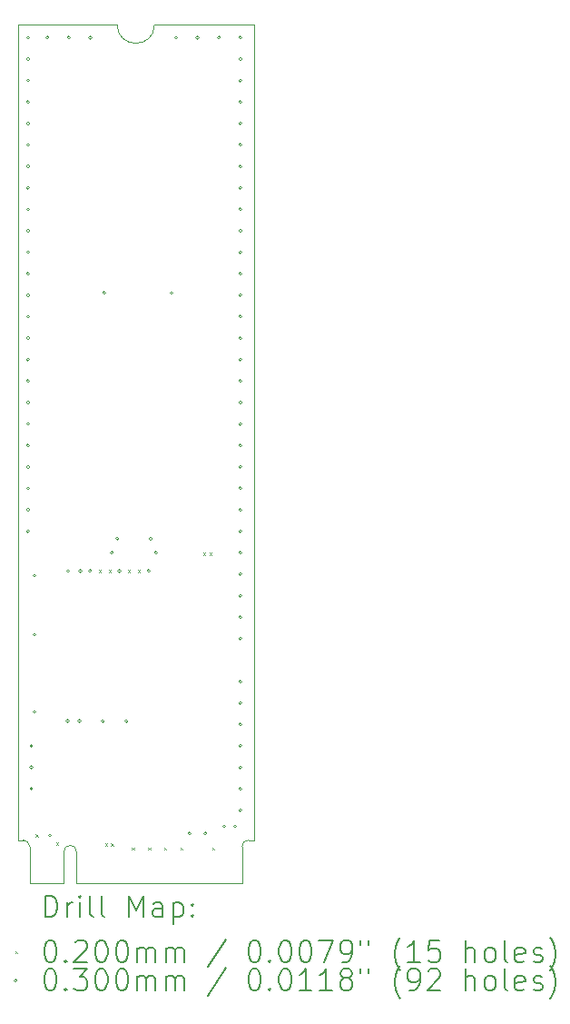
<source format=gbr>
%TF.GenerationSoftware,KiCad,Pcbnew,9.0.1*%
%TF.CreationDate,2025-04-25T13:26:39+02:00*%
%TF.ProjectId,m2-e-usdex,6d322d65-2d75-4736-9465-782e6b696361,rev?*%
%TF.SameCoordinates,Original*%
%TF.FileFunction,Drillmap*%
%TF.FilePolarity,Positive*%
%FSLAX45Y45*%
G04 Gerber Fmt 4.5, Leading zero omitted, Abs format (unit mm)*
G04 Created by KiCad (PCBNEW 9.0.1) date 2025-04-25 13:26:39*
%MOMM*%
%LPD*%
G01*
G04 APERTURE LIST*
%ADD10C,0.100000*%
%ADD11C,0.050000*%
%ADD12C,0.200000*%
G04 APERTURE END LIST*
D10*
X25825000Y-5677500D02*
X25825000Y-13277500D01*
X25825000Y-5677500D02*
X26750000Y-5677500D01*
X25825000Y-13277500D02*
X25875000Y-13277500D01*
X25935000Y-13337500D02*
X25935000Y-13677500D01*
X25935000Y-13677500D02*
X26252500Y-13677500D01*
D11*
X26252500Y-13677500D02*
X26252500Y-13387500D01*
X26372500Y-13387500D02*
X26372500Y-13677500D01*
D10*
X26372500Y-13677500D02*
X27915000Y-13677500D01*
X27915000Y-13337500D02*
X27915000Y-13677500D01*
X28025000Y-5677500D02*
X27100000Y-5677500D01*
X28025000Y-5677500D02*
X28025000Y-13277500D01*
X28025000Y-13277500D02*
X27975000Y-13277500D01*
X25875000Y-13277500D02*
G75*
G02*
X25935000Y-13337500I0J-60000D01*
G01*
D11*
X26252500Y-13387500D02*
G75*
G02*
X26372500Y-13387500I60000J0D01*
G01*
D10*
X27100000Y-5677500D02*
G75*
G02*
X26750000Y-5677500I-175000J0D01*
G01*
X27915000Y-13337500D02*
G75*
G02*
X27975000Y-13277500I60000J0D01*
G01*
D12*
D10*
X25990000Y-13225000D02*
X26010000Y-13245000D01*
X26010000Y-13225000D02*
X25990000Y-13245000D01*
X26180000Y-13300000D02*
X26200000Y-13320000D01*
X26200000Y-13300000D02*
X26180000Y-13320000D01*
X26580000Y-10760000D02*
X26600000Y-10780000D01*
X26600000Y-10760000D02*
X26580000Y-10780000D01*
X26637340Y-13310000D02*
X26657340Y-13330000D01*
X26657340Y-13310000D02*
X26637340Y-13330000D01*
X26671000Y-10760000D02*
X26691000Y-10780000D01*
X26691000Y-10760000D02*
X26671000Y-10780000D01*
X26692660Y-13310000D02*
X26712660Y-13330000D01*
X26712660Y-13310000D02*
X26692660Y-13330000D01*
X26853000Y-10760000D02*
X26873000Y-10780000D01*
X26873000Y-10760000D02*
X26853000Y-10780000D01*
X26890000Y-13345000D02*
X26910000Y-13365000D01*
X26910000Y-13345000D02*
X26890000Y-13365000D01*
X26944000Y-10760000D02*
X26964000Y-10780000D01*
X26964000Y-10760000D02*
X26944000Y-10780000D01*
X27040000Y-13345000D02*
X27060000Y-13365000D01*
X27060000Y-13345000D02*
X27040000Y-13365000D01*
X27190000Y-13345000D02*
X27210000Y-13365000D01*
X27210000Y-13345000D02*
X27190000Y-13365000D01*
X27340000Y-13345000D02*
X27360000Y-13365000D01*
X27360000Y-13345000D02*
X27340000Y-13365000D01*
X27555340Y-10600000D02*
X27575340Y-10620000D01*
X27575340Y-10600000D02*
X27555340Y-10620000D01*
X27610660Y-10600000D02*
X27630660Y-10620000D01*
X27630660Y-10600000D02*
X27610660Y-10620000D01*
X27640000Y-13345000D02*
X27660000Y-13365000D01*
X27660000Y-13345000D02*
X27640000Y-13365000D01*
X25935000Y-5800000D02*
G75*
G02*
X25905000Y-5800000I-15000J0D01*
G01*
X25905000Y-5800000D02*
G75*
G02*
X25935000Y-5800000I15000J0D01*
G01*
X25935000Y-6000000D02*
G75*
G02*
X25905000Y-6000000I-15000J0D01*
G01*
X25905000Y-6000000D02*
G75*
G02*
X25935000Y-6000000I15000J0D01*
G01*
X25935000Y-6200000D02*
G75*
G02*
X25905000Y-6200000I-15000J0D01*
G01*
X25905000Y-6200000D02*
G75*
G02*
X25935000Y-6200000I15000J0D01*
G01*
X25935000Y-6400000D02*
G75*
G02*
X25905000Y-6400000I-15000J0D01*
G01*
X25905000Y-6400000D02*
G75*
G02*
X25935000Y-6400000I15000J0D01*
G01*
X25935000Y-6600000D02*
G75*
G02*
X25905000Y-6600000I-15000J0D01*
G01*
X25905000Y-6600000D02*
G75*
G02*
X25935000Y-6600000I15000J0D01*
G01*
X25935000Y-6800000D02*
G75*
G02*
X25905000Y-6800000I-15000J0D01*
G01*
X25905000Y-6800000D02*
G75*
G02*
X25935000Y-6800000I15000J0D01*
G01*
X25935000Y-7000000D02*
G75*
G02*
X25905000Y-7000000I-15000J0D01*
G01*
X25905000Y-7000000D02*
G75*
G02*
X25935000Y-7000000I15000J0D01*
G01*
X25935000Y-7200000D02*
G75*
G02*
X25905000Y-7200000I-15000J0D01*
G01*
X25905000Y-7200000D02*
G75*
G02*
X25935000Y-7200000I15000J0D01*
G01*
X25935000Y-7400000D02*
G75*
G02*
X25905000Y-7400000I-15000J0D01*
G01*
X25905000Y-7400000D02*
G75*
G02*
X25935000Y-7400000I15000J0D01*
G01*
X25935000Y-7600000D02*
G75*
G02*
X25905000Y-7600000I-15000J0D01*
G01*
X25905000Y-7600000D02*
G75*
G02*
X25935000Y-7600000I15000J0D01*
G01*
X25935000Y-7800000D02*
G75*
G02*
X25905000Y-7800000I-15000J0D01*
G01*
X25905000Y-7800000D02*
G75*
G02*
X25935000Y-7800000I15000J0D01*
G01*
X25935000Y-8000000D02*
G75*
G02*
X25905000Y-8000000I-15000J0D01*
G01*
X25905000Y-8000000D02*
G75*
G02*
X25935000Y-8000000I15000J0D01*
G01*
X25935000Y-8200000D02*
G75*
G02*
X25905000Y-8200000I-15000J0D01*
G01*
X25905000Y-8200000D02*
G75*
G02*
X25935000Y-8200000I15000J0D01*
G01*
X25935000Y-8400000D02*
G75*
G02*
X25905000Y-8400000I-15000J0D01*
G01*
X25905000Y-8400000D02*
G75*
G02*
X25935000Y-8400000I15000J0D01*
G01*
X25935000Y-8600000D02*
G75*
G02*
X25905000Y-8600000I-15000J0D01*
G01*
X25905000Y-8600000D02*
G75*
G02*
X25935000Y-8600000I15000J0D01*
G01*
X25935000Y-8800000D02*
G75*
G02*
X25905000Y-8800000I-15000J0D01*
G01*
X25905000Y-8800000D02*
G75*
G02*
X25935000Y-8800000I15000J0D01*
G01*
X25935000Y-9000000D02*
G75*
G02*
X25905000Y-9000000I-15000J0D01*
G01*
X25905000Y-9000000D02*
G75*
G02*
X25935000Y-9000000I15000J0D01*
G01*
X25935000Y-9200000D02*
G75*
G02*
X25905000Y-9200000I-15000J0D01*
G01*
X25905000Y-9200000D02*
G75*
G02*
X25935000Y-9200000I15000J0D01*
G01*
X25935000Y-9400000D02*
G75*
G02*
X25905000Y-9400000I-15000J0D01*
G01*
X25905000Y-9400000D02*
G75*
G02*
X25935000Y-9400000I15000J0D01*
G01*
X25935000Y-9600000D02*
G75*
G02*
X25905000Y-9600000I-15000J0D01*
G01*
X25905000Y-9600000D02*
G75*
G02*
X25935000Y-9600000I15000J0D01*
G01*
X25935000Y-9800000D02*
G75*
G02*
X25905000Y-9800000I-15000J0D01*
G01*
X25905000Y-9800000D02*
G75*
G02*
X25935000Y-9800000I15000J0D01*
G01*
X25935000Y-10000000D02*
G75*
G02*
X25905000Y-10000000I-15000J0D01*
G01*
X25905000Y-10000000D02*
G75*
G02*
X25935000Y-10000000I15000J0D01*
G01*
X25935000Y-10200000D02*
G75*
G02*
X25905000Y-10200000I-15000J0D01*
G01*
X25905000Y-10200000D02*
G75*
G02*
X25935000Y-10200000I15000J0D01*
G01*
X25935000Y-10400000D02*
G75*
G02*
X25905000Y-10400000I-15000J0D01*
G01*
X25905000Y-10400000D02*
G75*
G02*
X25935000Y-10400000I15000J0D01*
G01*
X25965000Y-12400000D02*
G75*
G02*
X25935000Y-12400000I-15000J0D01*
G01*
X25935000Y-12400000D02*
G75*
G02*
X25965000Y-12400000I15000J0D01*
G01*
X25965000Y-12600000D02*
G75*
G02*
X25935000Y-12600000I-15000J0D01*
G01*
X25935000Y-12600000D02*
G75*
G02*
X25965000Y-12600000I15000J0D01*
G01*
X25965000Y-12800000D02*
G75*
G02*
X25935000Y-12800000I-15000J0D01*
G01*
X25935000Y-12800000D02*
G75*
G02*
X25965000Y-12800000I15000J0D01*
G01*
X25995000Y-10815000D02*
G75*
G02*
X25965000Y-10815000I-15000J0D01*
G01*
X25965000Y-10815000D02*
G75*
G02*
X25995000Y-10815000I15000J0D01*
G01*
X25995000Y-11365000D02*
G75*
G02*
X25965000Y-11365000I-15000J0D01*
G01*
X25965000Y-11365000D02*
G75*
G02*
X25995000Y-11365000I15000J0D01*
G01*
X25995000Y-12085000D02*
G75*
G02*
X25965000Y-12085000I-15000J0D01*
G01*
X25965000Y-12085000D02*
G75*
G02*
X25995000Y-12085000I15000J0D01*
G01*
X26115000Y-5800000D02*
G75*
G02*
X26085000Y-5800000I-15000J0D01*
G01*
X26085000Y-5800000D02*
G75*
G02*
X26115000Y-5800000I15000J0D01*
G01*
X26140000Y-13235000D02*
G75*
G02*
X26110000Y-13235000I-15000J0D01*
G01*
X26110000Y-13235000D02*
G75*
G02*
X26140000Y-13235000I15000J0D01*
G01*
X26304000Y-12170000D02*
G75*
G02*
X26274000Y-12170000I-15000J0D01*
G01*
X26274000Y-12170000D02*
G75*
G02*
X26304000Y-12170000I15000J0D01*
G01*
X26308000Y-10770000D02*
G75*
G02*
X26278000Y-10770000I-15000J0D01*
G01*
X26278000Y-10770000D02*
G75*
G02*
X26308000Y-10770000I15000J0D01*
G01*
X26315000Y-5800000D02*
G75*
G02*
X26285000Y-5800000I-15000J0D01*
G01*
X26285000Y-5800000D02*
G75*
G02*
X26315000Y-5800000I15000J0D01*
G01*
X26414000Y-12170000D02*
G75*
G02*
X26384000Y-12170000I-15000J0D01*
G01*
X26384000Y-12170000D02*
G75*
G02*
X26414000Y-12170000I15000J0D01*
G01*
X26423000Y-10770000D02*
G75*
G02*
X26393000Y-10770000I-15000J0D01*
G01*
X26393000Y-10770000D02*
G75*
G02*
X26423000Y-10770000I15000J0D01*
G01*
X26514000Y-10770000D02*
G75*
G02*
X26484000Y-10770000I-15000J0D01*
G01*
X26484000Y-10770000D02*
G75*
G02*
X26514000Y-10770000I15000J0D01*
G01*
X26515000Y-5800000D02*
G75*
G02*
X26485000Y-5800000I-15000J0D01*
G01*
X26485000Y-5800000D02*
G75*
G02*
X26515000Y-5800000I15000J0D01*
G01*
X26634000Y-12170000D02*
G75*
G02*
X26604000Y-12170000I-15000J0D01*
G01*
X26604000Y-12170000D02*
G75*
G02*
X26634000Y-12170000I15000J0D01*
G01*
X26645000Y-8180000D02*
G75*
G02*
X26615000Y-8180000I-15000J0D01*
G01*
X26615000Y-8180000D02*
G75*
G02*
X26645000Y-8180000I15000J0D01*
G01*
X26718000Y-10600000D02*
G75*
G02*
X26688000Y-10600000I-15000J0D01*
G01*
X26688000Y-10600000D02*
G75*
G02*
X26718000Y-10600000I15000J0D01*
G01*
X26768000Y-10470000D02*
G75*
G02*
X26738000Y-10470000I-15000J0D01*
G01*
X26738000Y-10470000D02*
G75*
G02*
X26768000Y-10470000I15000J0D01*
G01*
X26787000Y-10770000D02*
G75*
G02*
X26757000Y-10770000I-15000J0D01*
G01*
X26757000Y-10770000D02*
G75*
G02*
X26787000Y-10770000I15000J0D01*
G01*
X26854000Y-12170000D02*
G75*
G02*
X26824000Y-12170000I-15000J0D01*
G01*
X26824000Y-12170000D02*
G75*
G02*
X26854000Y-12170000I15000J0D01*
G01*
X27060000Y-10770000D02*
G75*
G02*
X27030000Y-10770000I-15000J0D01*
G01*
X27030000Y-10770000D02*
G75*
G02*
X27060000Y-10770000I15000J0D01*
G01*
X27079000Y-10470000D02*
G75*
G02*
X27049000Y-10470000I-15000J0D01*
G01*
X27049000Y-10470000D02*
G75*
G02*
X27079000Y-10470000I15000J0D01*
G01*
X27129000Y-10600000D02*
G75*
G02*
X27099000Y-10600000I-15000J0D01*
G01*
X27099000Y-10600000D02*
G75*
G02*
X27129000Y-10600000I15000J0D01*
G01*
X27275000Y-8180000D02*
G75*
G02*
X27245000Y-8180000I-15000J0D01*
G01*
X27245000Y-8180000D02*
G75*
G02*
X27275000Y-8180000I15000J0D01*
G01*
X27315000Y-5800000D02*
G75*
G02*
X27285000Y-5800000I-15000J0D01*
G01*
X27285000Y-5800000D02*
G75*
G02*
X27315000Y-5800000I15000J0D01*
G01*
X27440000Y-13215000D02*
G75*
G02*
X27410000Y-13215000I-15000J0D01*
G01*
X27410000Y-13215000D02*
G75*
G02*
X27440000Y-13215000I15000J0D01*
G01*
X27515000Y-5800000D02*
G75*
G02*
X27485000Y-5800000I-15000J0D01*
G01*
X27485000Y-5800000D02*
G75*
G02*
X27515000Y-5800000I15000J0D01*
G01*
X27590000Y-13215000D02*
G75*
G02*
X27560000Y-13215000I-15000J0D01*
G01*
X27560000Y-13215000D02*
G75*
G02*
X27590000Y-13215000I15000J0D01*
G01*
X27715000Y-5800000D02*
G75*
G02*
X27685000Y-5800000I-15000J0D01*
G01*
X27685000Y-5800000D02*
G75*
G02*
X27715000Y-5800000I15000J0D01*
G01*
X27765000Y-13150000D02*
G75*
G02*
X27735000Y-13150000I-15000J0D01*
G01*
X27735000Y-13150000D02*
G75*
G02*
X27765000Y-13150000I15000J0D01*
G01*
X27865000Y-13150000D02*
G75*
G02*
X27835000Y-13150000I-15000J0D01*
G01*
X27835000Y-13150000D02*
G75*
G02*
X27865000Y-13150000I15000J0D01*
G01*
X27915000Y-5800000D02*
G75*
G02*
X27885000Y-5800000I-15000J0D01*
G01*
X27885000Y-5800000D02*
G75*
G02*
X27915000Y-5800000I15000J0D01*
G01*
X27915000Y-6000000D02*
G75*
G02*
X27885000Y-6000000I-15000J0D01*
G01*
X27885000Y-6000000D02*
G75*
G02*
X27915000Y-6000000I15000J0D01*
G01*
X27915000Y-6200000D02*
G75*
G02*
X27885000Y-6200000I-15000J0D01*
G01*
X27885000Y-6200000D02*
G75*
G02*
X27915000Y-6200000I15000J0D01*
G01*
X27915000Y-6400000D02*
G75*
G02*
X27885000Y-6400000I-15000J0D01*
G01*
X27885000Y-6400000D02*
G75*
G02*
X27915000Y-6400000I15000J0D01*
G01*
X27915000Y-6600000D02*
G75*
G02*
X27885000Y-6600000I-15000J0D01*
G01*
X27885000Y-6600000D02*
G75*
G02*
X27915000Y-6600000I15000J0D01*
G01*
X27915000Y-6800000D02*
G75*
G02*
X27885000Y-6800000I-15000J0D01*
G01*
X27885000Y-6800000D02*
G75*
G02*
X27915000Y-6800000I15000J0D01*
G01*
X27915000Y-7000000D02*
G75*
G02*
X27885000Y-7000000I-15000J0D01*
G01*
X27885000Y-7000000D02*
G75*
G02*
X27915000Y-7000000I15000J0D01*
G01*
X27915000Y-7200000D02*
G75*
G02*
X27885000Y-7200000I-15000J0D01*
G01*
X27885000Y-7200000D02*
G75*
G02*
X27915000Y-7200000I15000J0D01*
G01*
X27915000Y-7400000D02*
G75*
G02*
X27885000Y-7400000I-15000J0D01*
G01*
X27885000Y-7400000D02*
G75*
G02*
X27915000Y-7400000I15000J0D01*
G01*
X27915000Y-7600000D02*
G75*
G02*
X27885000Y-7600000I-15000J0D01*
G01*
X27885000Y-7600000D02*
G75*
G02*
X27915000Y-7600000I15000J0D01*
G01*
X27915000Y-7800000D02*
G75*
G02*
X27885000Y-7800000I-15000J0D01*
G01*
X27885000Y-7800000D02*
G75*
G02*
X27915000Y-7800000I15000J0D01*
G01*
X27915000Y-8000000D02*
G75*
G02*
X27885000Y-8000000I-15000J0D01*
G01*
X27885000Y-8000000D02*
G75*
G02*
X27915000Y-8000000I15000J0D01*
G01*
X27915000Y-8200000D02*
G75*
G02*
X27885000Y-8200000I-15000J0D01*
G01*
X27885000Y-8200000D02*
G75*
G02*
X27915000Y-8200000I15000J0D01*
G01*
X27915000Y-8400000D02*
G75*
G02*
X27885000Y-8400000I-15000J0D01*
G01*
X27885000Y-8400000D02*
G75*
G02*
X27915000Y-8400000I15000J0D01*
G01*
X27915000Y-8600000D02*
G75*
G02*
X27885000Y-8600000I-15000J0D01*
G01*
X27885000Y-8600000D02*
G75*
G02*
X27915000Y-8600000I15000J0D01*
G01*
X27915000Y-8800000D02*
G75*
G02*
X27885000Y-8800000I-15000J0D01*
G01*
X27885000Y-8800000D02*
G75*
G02*
X27915000Y-8800000I15000J0D01*
G01*
X27915000Y-9000000D02*
G75*
G02*
X27885000Y-9000000I-15000J0D01*
G01*
X27885000Y-9000000D02*
G75*
G02*
X27915000Y-9000000I15000J0D01*
G01*
X27915000Y-9200000D02*
G75*
G02*
X27885000Y-9200000I-15000J0D01*
G01*
X27885000Y-9200000D02*
G75*
G02*
X27915000Y-9200000I15000J0D01*
G01*
X27915000Y-9400000D02*
G75*
G02*
X27885000Y-9400000I-15000J0D01*
G01*
X27885000Y-9400000D02*
G75*
G02*
X27915000Y-9400000I15000J0D01*
G01*
X27915000Y-9600000D02*
G75*
G02*
X27885000Y-9600000I-15000J0D01*
G01*
X27885000Y-9600000D02*
G75*
G02*
X27915000Y-9600000I15000J0D01*
G01*
X27915000Y-9800000D02*
G75*
G02*
X27885000Y-9800000I-15000J0D01*
G01*
X27885000Y-9800000D02*
G75*
G02*
X27915000Y-9800000I15000J0D01*
G01*
X27915000Y-10000000D02*
G75*
G02*
X27885000Y-10000000I-15000J0D01*
G01*
X27885000Y-10000000D02*
G75*
G02*
X27915000Y-10000000I15000J0D01*
G01*
X27915000Y-10200000D02*
G75*
G02*
X27885000Y-10200000I-15000J0D01*
G01*
X27885000Y-10200000D02*
G75*
G02*
X27915000Y-10200000I15000J0D01*
G01*
X27915000Y-10400000D02*
G75*
G02*
X27885000Y-10400000I-15000J0D01*
G01*
X27885000Y-10400000D02*
G75*
G02*
X27915000Y-10400000I15000J0D01*
G01*
X27915000Y-10600000D02*
G75*
G02*
X27885000Y-10600000I-15000J0D01*
G01*
X27885000Y-10600000D02*
G75*
G02*
X27915000Y-10600000I15000J0D01*
G01*
X27915000Y-10800000D02*
G75*
G02*
X27885000Y-10800000I-15000J0D01*
G01*
X27885000Y-10800000D02*
G75*
G02*
X27915000Y-10800000I15000J0D01*
G01*
X27915000Y-11000000D02*
G75*
G02*
X27885000Y-11000000I-15000J0D01*
G01*
X27885000Y-11000000D02*
G75*
G02*
X27915000Y-11000000I15000J0D01*
G01*
X27915000Y-11200000D02*
G75*
G02*
X27885000Y-11200000I-15000J0D01*
G01*
X27885000Y-11200000D02*
G75*
G02*
X27915000Y-11200000I15000J0D01*
G01*
X27915000Y-11400000D02*
G75*
G02*
X27885000Y-11400000I-15000J0D01*
G01*
X27885000Y-11400000D02*
G75*
G02*
X27915000Y-11400000I15000J0D01*
G01*
X27915000Y-11800000D02*
G75*
G02*
X27885000Y-11800000I-15000J0D01*
G01*
X27885000Y-11800000D02*
G75*
G02*
X27915000Y-11800000I15000J0D01*
G01*
X27915000Y-12000000D02*
G75*
G02*
X27885000Y-12000000I-15000J0D01*
G01*
X27885000Y-12000000D02*
G75*
G02*
X27915000Y-12000000I15000J0D01*
G01*
X27915000Y-12200000D02*
G75*
G02*
X27885000Y-12200000I-15000J0D01*
G01*
X27885000Y-12200000D02*
G75*
G02*
X27915000Y-12200000I15000J0D01*
G01*
X27915000Y-12400000D02*
G75*
G02*
X27885000Y-12400000I-15000J0D01*
G01*
X27885000Y-12400000D02*
G75*
G02*
X27915000Y-12400000I15000J0D01*
G01*
X27915000Y-12600000D02*
G75*
G02*
X27885000Y-12600000I-15000J0D01*
G01*
X27885000Y-12600000D02*
G75*
G02*
X27915000Y-12600000I15000J0D01*
G01*
X27915000Y-12800000D02*
G75*
G02*
X27885000Y-12800000I-15000J0D01*
G01*
X27885000Y-12800000D02*
G75*
G02*
X27915000Y-12800000I15000J0D01*
G01*
X27915000Y-13000000D02*
G75*
G02*
X27885000Y-13000000I-15000J0D01*
G01*
X27885000Y-13000000D02*
G75*
G02*
X27915000Y-13000000I15000J0D01*
G01*
D12*
X26080777Y-13993984D02*
X26080777Y-13793984D01*
X26080777Y-13793984D02*
X26128396Y-13793984D01*
X26128396Y-13793984D02*
X26156967Y-13803508D01*
X26156967Y-13803508D02*
X26176015Y-13822555D01*
X26176015Y-13822555D02*
X26185539Y-13841603D01*
X26185539Y-13841603D02*
X26195062Y-13879698D01*
X26195062Y-13879698D02*
X26195062Y-13908269D01*
X26195062Y-13908269D02*
X26185539Y-13946365D01*
X26185539Y-13946365D02*
X26176015Y-13965412D01*
X26176015Y-13965412D02*
X26156967Y-13984460D01*
X26156967Y-13984460D02*
X26128396Y-13993984D01*
X26128396Y-13993984D02*
X26080777Y-13993984D01*
X26280777Y-13993984D02*
X26280777Y-13860650D01*
X26280777Y-13898746D02*
X26290301Y-13879698D01*
X26290301Y-13879698D02*
X26299824Y-13870174D01*
X26299824Y-13870174D02*
X26318872Y-13860650D01*
X26318872Y-13860650D02*
X26337920Y-13860650D01*
X26404586Y-13993984D02*
X26404586Y-13860650D01*
X26404586Y-13793984D02*
X26395062Y-13803508D01*
X26395062Y-13803508D02*
X26404586Y-13813031D01*
X26404586Y-13813031D02*
X26414110Y-13803508D01*
X26414110Y-13803508D02*
X26404586Y-13793984D01*
X26404586Y-13793984D02*
X26404586Y-13813031D01*
X26528396Y-13993984D02*
X26509348Y-13984460D01*
X26509348Y-13984460D02*
X26499824Y-13965412D01*
X26499824Y-13965412D02*
X26499824Y-13793984D01*
X26633158Y-13993984D02*
X26614110Y-13984460D01*
X26614110Y-13984460D02*
X26604586Y-13965412D01*
X26604586Y-13965412D02*
X26604586Y-13793984D01*
X26861729Y-13993984D02*
X26861729Y-13793984D01*
X26861729Y-13793984D02*
X26928396Y-13936841D01*
X26928396Y-13936841D02*
X26995062Y-13793984D01*
X26995062Y-13793984D02*
X26995062Y-13993984D01*
X27176015Y-13993984D02*
X27176015Y-13889222D01*
X27176015Y-13889222D02*
X27166491Y-13870174D01*
X27166491Y-13870174D02*
X27147443Y-13860650D01*
X27147443Y-13860650D02*
X27109348Y-13860650D01*
X27109348Y-13860650D02*
X27090301Y-13870174D01*
X27176015Y-13984460D02*
X27156967Y-13993984D01*
X27156967Y-13993984D02*
X27109348Y-13993984D01*
X27109348Y-13993984D02*
X27090301Y-13984460D01*
X27090301Y-13984460D02*
X27080777Y-13965412D01*
X27080777Y-13965412D02*
X27080777Y-13946365D01*
X27080777Y-13946365D02*
X27090301Y-13927317D01*
X27090301Y-13927317D02*
X27109348Y-13917793D01*
X27109348Y-13917793D02*
X27156967Y-13917793D01*
X27156967Y-13917793D02*
X27176015Y-13908269D01*
X27271253Y-13860650D02*
X27271253Y-14060650D01*
X27271253Y-13870174D02*
X27290301Y-13860650D01*
X27290301Y-13860650D02*
X27328396Y-13860650D01*
X27328396Y-13860650D02*
X27347443Y-13870174D01*
X27347443Y-13870174D02*
X27356967Y-13879698D01*
X27356967Y-13879698D02*
X27366491Y-13898746D01*
X27366491Y-13898746D02*
X27366491Y-13955888D01*
X27366491Y-13955888D02*
X27356967Y-13974936D01*
X27356967Y-13974936D02*
X27347443Y-13984460D01*
X27347443Y-13984460D02*
X27328396Y-13993984D01*
X27328396Y-13993984D02*
X27290301Y-13993984D01*
X27290301Y-13993984D02*
X27271253Y-13984460D01*
X27452205Y-13974936D02*
X27461729Y-13984460D01*
X27461729Y-13984460D02*
X27452205Y-13993984D01*
X27452205Y-13993984D02*
X27442682Y-13984460D01*
X27442682Y-13984460D02*
X27452205Y-13974936D01*
X27452205Y-13974936D02*
X27452205Y-13993984D01*
X27452205Y-13870174D02*
X27461729Y-13879698D01*
X27461729Y-13879698D02*
X27452205Y-13889222D01*
X27452205Y-13889222D02*
X27442682Y-13879698D01*
X27442682Y-13879698D02*
X27452205Y-13870174D01*
X27452205Y-13870174D02*
X27452205Y-13889222D01*
D10*
X25800000Y-14312500D02*
X25820000Y-14332500D01*
X25820000Y-14312500D02*
X25800000Y-14332500D01*
D12*
X26118872Y-14213984D02*
X26137920Y-14213984D01*
X26137920Y-14213984D02*
X26156967Y-14223508D01*
X26156967Y-14223508D02*
X26166491Y-14233031D01*
X26166491Y-14233031D02*
X26176015Y-14252079D01*
X26176015Y-14252079D02*
X26185539Y-14290174D01*
X26185539Y-14290174D02*
X26185539Y-14337793D01*
X26185539Y-14337793D02*
X26176015Y-14375888D01*
X26176015Y-14375888D02*
X26166491Y-14394936D01*
X26166491Y-14394936D02*
X26156967Y-14404460D01*
X26156967Y-14404460D02*
X26137920Y-14413984D01*
X26137920Y-14413984D02*
X26118872Y-14413984D01*
X26118872Y-14413984D02*
X26099824Y-14404460D01*
X26099824Y-14404460D02*
X26090301Y-14394936D01*
X26090301Y-14394936D02*
X26080777Y-14375888D01*
X26080777Y-14375888D02*
X26071253Y-14337793D01*
X26071253Y-14337793D02*
X26071253Y-14290174D01*
X26071253Y-14290174D02*
X26080777Y-14252079D01*
X26080777Y-14252079D02*
X26090301Y-14233031D01*
X26090301Y-14233031D02*
X26099824Y-14223508D01*
X26099824Y-14223508D02*
X26118872Y-14213984D01*
X26271253Y-14394936D02*
X26280777Y-14404460D01*
X26280777Y-14404460D02*
X26271253Y-14413984D01*
X26271253Y-14413984D02*
X26261729Y-14404460D01*
X26261729Y-14404460D02*
X26271253Y-14394936D01*
X26271253Y-14394936D02*
X26271253Y-14413984D01*
X26356967Y-14233031D02*
X26366491Y-14223508D01*
X26366491Y-14223508D02*
X26385539Y-14213984D01*
X26385539Y-14213984D02*
X26433158Y-14213984D01*
X26433158Y-14213984D02*
X26452205Y-14223508D01*
X26452205Y-14223508D02*
X26461729Y-14233031D01*
X26461729Y-14233031D02*
X26471253Y-14252079D01*
X26471253Y-14252079D02*
X26471253Y-14271127D01*
X26471253Y-14271127D02*
X26461729Y-14299698D01*
X26461729Y-14299698D02*
X26347443Y-14413984D01*
X26347443Y-14413984D02*
X26471253Y-14413984D01*
X26595062Y-14213984D02*
X26614110Y-14213984D01*
X26614110Y-14213984D02*
X26633158Y-14223508D01*
X26633158Y-14223508D02*
X26642682Y-14233031D01*
X26642682Y-14233031D02*
X26652205Y-14252079D01*
X26652205Y-14252079D02*
X26661729Y-14290174D01*
X26661729Y-14290174D02*
X26661729Y-14337793D01*
X26661729Y-14337793D02*
X26652205Y-14375888D01*
X26652205Y-14375888D02*
X26642682Y-14394936D01*
X26642682Y-14394936D02*
X26633158Y-14404460D01*
X26633158Y-14404460D02*
X26614110Y-14413984D01*
X26614110Y-14413984D02*
X26595062Y-14413984D01*
X26595062Y-14413984D02*
X26576015Y-14404460D01*
X26576015Y-14404460D02*
X26566491Y-14394936D01*
X26566491Y-14394936D02*
X26556967Y-14375888D01*
X26556967Y-14375888D02*
X26547443Y-14337793D01*
X26547443Y-14337793D02*
X26547443Y-14290174D01*
X26547443Y-14290174D02*
X26556967Y-14252079D01*
X26556967Y-14252079D02*
X26566491Y-14233031D01*
X26566491Y-14233031D02*
X26576015Y-14223508D01*
X26576015Y-14223508D02*
X26595062Y-14213984D01*
X26785539Y-14213984D02*
X26804586Y-14213984D01*
X26804586Y-14213984D02*
X26823634Y-14223508D01*
X26823634Y-14223508D02*
X26833158Y-14233031D01*
X26833158Y-14233031D02*
X26842682Y-14252079D01*
X26842682Y-14252079D02*
X26852205Y-14290174D01*
X26852205Y-14290174D02*
X26852205Y-14337793D01*
X26852205Y-14337793D02*
X26842682Y-14375888D01*
X26842682Y-14375888D02*
X26833158Y-14394936D01*
X26833158Y-14394936D02*
X26823634Y-14404460D01*
X26823634Y-14404460D02*
X26804586Y-14413984D01*
X26804586Y-14413984D02*
X26785539Y-14413984D01*
X26785539Y-14413984D02*
X26766491Y-14404460D01*
X26766491Y-14404460D02*
X26756967Y-14394936D01*
X26756967Y-14394936D02*
X26747443Y-14375888D01*
X26747443Y-14375888D02*
X26737920Y-14337793D01*
X26737920Y-14337793D02*
X26737920Y-14290174D01*
X26737920Y-14290174D02*
X26747443Y-14252079D01*
X26747443Y-14252079D02*
X26756967Y-14233031D01*
X26756967Y-14233031D02*
X26766491Y-14223508D01*
X26766491Y-14223508D02*
X26785539Y-14213984D01*
X26937920Y-14413984D02*
X26937920Y-14280650D01*
X26937920Y-14299698D02*
X26947443Y-14290174D01*
X26947443Y-14290174D02*
X26966491Y-14280650D01*
X26966491Y-14280650D02*
X26995063Y-14280650D01*
X26995063Y-14280650D02*
X27014110Y-14290174D01*
X27014110Y-14290174D02*
X27023634Y-14309222D01*
X27023634Y-14309222D02*
X27023634Y-14413984D01*
X27023634Y-14309222D02*
X27033158Y-14290174D01*
X27033158Y-14290174D02*
X27052205Y-14280650D01*
X27052205Y-14280650D02*
X27080777Y-14280650D01*
X27080777Y-14280650D02*
X27099824Y-14290174D01*
X27099824Y-14290174D02*
X27109348Y-14309222D01*
X27109348Y-14309222D02*
X27109348Y-14413984D01*
X27204586Y-14413984D02*
X27204586Y-14280650D01*
X27204586Y-14299698D02*
X27214110Y-14290174D01*
X27214110Y-14290174D02*
X27233158Y-14280650D01*
X27233158Y-14280650D02*
X27261729Y-14280650D01*
X27261729Y-14280650D02*
X27280777Y-14290174D01*
X27280777Y-14290174D02*
X27290301Y-14309222D01*
X27290301Y-14309222D02*
X27290301Y-14413984D01*
X27290301Y-14309222D02*
X27299824Y-14290174D01*
X27299824Y-14290174D02*
X27318872Y-14280650D01*
X27318872Y-14280650D02*
X27347443Y-14280650D01*
X27347443Y-14280650D02*
X27366491Y-14290174D01*
X27366491Y-14290174D02*
X27376015Y-14309222D01*
X27376015Y-14309222D02*
X27376015Y-14413984D01*
X27766491Y-14204460D02*
X27595063Y-14461603D01*
X28023634Y-14213984D02*
X28042682Y-14213984D01*
X28042682Y-14213984D02*
X28061729Y-14223508D01*
X28061729Y-14223508D02*
X28071253Y-14233031D01*
X28071253Y-14233031D02*
X28080777Y-14252079D01*
X28080777Y-14252079D02*
X28090301Y-14290174D01*
X28090301Y-14290174D02*
X28090301Y-14337793D01*
X28090301Y-14337793D02*
X28080777Y-14375888D01*
X28080777Y-14375888D02*
X28071253Y-14394936D01*
X28071253Y-14394936D02*
X28061729Y-14404460D01*
X28061729Y-14404460D02*
X28042682Y-14413984D01*
X28042682Y-14413984D02*
X28023634Y-14413984D01*
X28023634Y-14413984D02*
X28004586Y-14404460D01*
X28004586Y-14404460D02*
X27995063Y-14394936D01*
X27995063Y-14394936D02*
X27985539Y-14375888D01*
X27985539Y-14375888D02*
X27976015Y-14337793D01*
X27976015Y-14337793D02*
X27976015Y-14290174D01*
X27976015Y-14290174D02*
X27985539Y-14252079D01*
X27985539Y-14252079D02*
X27995063Y-14233031D01*
X27995063Y-14233031D02*
X28004586Y-14223508D01*
X28004586Y-14223508D02*
X28023634Y-14213984D01*
X28176015Y-14394936D02*
X28185539Y-14404460D01*
X28185539Y-14404460D02*
X28176015Y-14413984D01*
X28176015Y-14413984D02*
X28166491Y-14404460D01*
X28166491Y-14404460D02*
X28176015Y-14394936D01*
X28176015Y-14394936D02*
X28176015Y-14413984D01*
X28309348Y-14213984D02*
X28328396Y-14213984D01*
X28328396Y-14213984D02*
X28347444Y-14223508D01*
X28347444Y-14223508D02*
X28356967Y-14233031D01*
X28356967Y-14233031D02*
X28366491Y-14252079D01*
X28366491Y-14252079D02*
X28376015Y-14290174D01*
X28376015Y-14290174D02*
X28376015Y-14337793D01*
X28376015Y-14337793D02*
X28366491Y-14375888D01*
X28366491Y-14375888D02*
X28356967Y-14394936D01*
X28356967Y-14394936D02*
X28347444Y-14404460D01*
X28347444Y-14404460D02*
X28328396Y-14413984D01*
X28328396Y-14413984D02*
X28309348Y-14413984D01*
X28309348Y-14413984D02*
X28290301Y-14404460D01*
X28290301Y-14404460D02*
X28280777Y-14394936D01*
X28280777Y-14394936D02*
X28271253Y-14375888D01*
X28271253Y-14375888D02*
X28261729Y-14337793D01*
X28261729Y-14337793D02*
X28261729Y-14290174D01*
X28261729Y-14290174D02*
X28271253Y-14252079D01*
X28271253Y-14252079D02*
X28280777Y-14233031D01*
X28280777Y-14233031D02*
X28290301Y-14223508D01*
X28290301Y-14223508D02*
X28309348Y-14213984D01*
X28499825Y-14213984D02*
X28518872Y-14213984D01*
X28518872Y-14213984D02*
X28537920Y-14223508D01*
X28537920Y-14223508D02*
X28547444Y-14233031D01*
X28547444Y-14233031D02*
X28556967Y-14252079D01*
X28556967Y-14252079D02*
X28566491Y-14290174D01*
X28566491Y-14290174D02*
X28566491Y-14337793D01*
X28566491Y-14337793D02*
X28556967Y-14375888D01*
X28556967Y-14375888D02*
X28547444Y-14394936D01*
X28547444Y-14394936D02*
X28537920Y-14404460D01*
X28537920Y-14404460D02*
X28518872Y-14413984D01*
X28518872Y-14413984D02*
X28499825Y-14413984D01*
X28499825Y-14413984D02*
X28480777Y-14404460D01*
X28480777Y-14404460D02*
X28471253Y-14394936D01*
X28471253Y-14394936D02*
X28461729Y-14375888D01*
X28461729Y-14375888D02*
X28452206Y-14337793D01*
X28452206Y-14337793D02*
X28452206Y-14290174D01*
X28452206Y-14290174D02*
X28461729Y-14252079D01*
X28461729Y-14252079D02*
X28471253Y-14233031D01*
X28471253Y-14233031D02*
X28480777Y-14223508D01*
X28480777Y-14223508D02*
X28499825Y-14213984D01*
X28633158Y-14213984D02*
X28766491Y-14213984D01*
X28766491Y-14213984D02*
X28680777Y-14413984D01*
X28852206Y-14413984D02*
X28890301Y-14413984D01*
X28890301Y-14413984D02*
X28909348Y-14404460D01*
X28909348Y-14404460D02*
X28918872Y-14394936D01*
X28918872Y-14394936D02*
X28937920Y-14366365D01*
X28937920Y-14366365D02*
X28947444Y-14328269D01*
X28947444Y-14328269D02*
X28947444Y-14252079D01*
X28947444Y-14252079D02*
X28937920Y-14233031D01*
X28937920Y-14233031D02*
X28928396Y-14223508D01*
X28928396Y-14223508D02*
X28909348Y-14213984D01*
X28909348Y-14213984D02*
X28871253Y-14213984D01*
X28871253Y-14213984D02*
X28852206Y-14223508D01*
X28852206Y-14223508D02*
X28842682Y-14233031D01*
X28842682Y-14233031D02*
X28833158Y-14252079D01*
X28833158Y-14252079D02*
X28833158Y-14299698D01*
X28833158Y-14299698D02*
X28842682Y-14318746D01*
X28842682Y-14318746D02*
X28852206Y-14328269D01*
X28852206Y-14328269D02*
X28871253Y-14337793D01*
X28871253Y-14337793D02*
X28909348Y-14337793D01*
X28909348Y-14337793D02*
X28928396Y-14328269D01*
X28928396Y-14328269D02*
X28937920Y-14318746D01*
X28937920Y-14318746D02*
X28947444Y-14299698D01*
X29023634Y-14213984D02*
X29023634Y-14252079D01*
X29099825Y-14213984D02*
X29099825Y-14252079D01*
X29395063Y-14490174D02*
X29385539Y-14480650D01*
X29385539Y-14480650D02*
X29366491Y-14452079D01*
X29366491Y-14452079D02*
X29356968Y-14433031D01*
X29356968Y-14433031D02*
X29347444Y-14404460D01*
X29347444Y-14404460D02*
X29337920Y-14356841D01*
X29337920Y-14356841D02*
X29337920Y-14318746D01*
X29337920Y-14318746D02*
X29347444Y-14271127D01*
X29347444Y-14271127D02*
X29356968Y-14242555D01*
X29356968Y-14242555D02*
X29366491Y-14223508D01*
X29366491Y-14223508D02*
X29385539Y-14194936D01*
X29385539Y-14194936D02*
X29395063Y-14185412D01*
X29576015Y-14413984D02*
X29461729Y-14413984D01*
X29518872Y-14413984D02*
X29518872Y-14213984D01*
X29518872Y-14213984D02*
X29499825Y-14242555D01*
X29499825Y-14242555D02*
X29480777Y-14261603D01*
X29480777Y-14261603D02*
X29461729Y-14271127D01*
X29756968Y-14213984D02*
X29661729Y-14213984D01*
X29661729Y-14213984D02*
X29652206Y-14309222D01*
X29652206Y-14309222D02*
X29661729Y-14299698D01*
X29661729Y-14299698D02*
X29680777Y-14290174D01*
X29680777Y-14290174D02*
X29728396Y-14290174D01*
X29728396Y-14290174D02*
X29747444Y-14299698D01*
X29747444Y-14299698D02*
X29756968Y-14309222D01*
X29756968Y-14309222D02*
X29766491Y-14328269D01*
X29766491Y-14328269D02*
X29766491Y-14375888D01*
X29766491Y-14375888D02*
X29756968Y-14394936D01*
X29756968Y-14394936D02*
X29747444Y-14404460D01*
X29747444Y-14404460D02*
X29728396Y-14413984D01*
X29728396Y-14413984D02*
X29680777Y-14413984D01*
X29680777Y-14413984D02*
X29661729Y-14404460D01*
X29661729Y-14404460D02*
X29652206Y-14394936D01*
X30004587Y-14413984D02*
X30004587Y-14213984D01*
X30090301Y-14413984D02*
X30090301Y-14309222D01*
X30090301Y-14309222D02*
X30080777Y-14290174D01*
X30080777Y-14290174D02*
X30061730Y-14280650D01*
X30061730Y-14280650D02*
X30033158Y-14280650D01*
X30033158Y-14280650D02*
X30014110Y-14290174D01*
X30014110Y-14290174D02*
X30004587Y-14299698D01*
X30214110Y-14413984D02*
X30195063Y-14404460D01*
X30195063Y-14404460D02*
X30185539Y-14394936D01*
X30185539Y-14394936D02*
X30176015Y-14375888D01*
X30176015Y-14375888D02*
X30176015Y-14318746D01*
X30176015Y-14318746D02*
X30185539Y-14299698D01*
X30185539Y-14299698D02*
X30195063Y-14290174D01*
X30195063Y-14290174D02*
X30214110Y-14280650D01*
X30214110Y-14280650D02*
X30242682Y-14280650D01*
X30242682Y-14280650D02*
X30261730Y-14290174D01*
X30261730Y-14290174D02*
X30271253Y-14299698D01*
X30271253Y-14299698D02*
X30280777Y-14318746D01*
X30280777Y-14318746D02*
X30280777Y-14375888D01*
X30280777Y-14375888D02*
X30271253Y-14394936D01*
X30271253Y-14394936D02*
X30261730Y-14404460D01*
X30261730Y-14404460D02*
X30242682Y-14413984D01*
X30242682Y-14413984D02*
X30214110Y-14413984D01*
X30395063Y-14413984D02*
X30376015Y-14404460D01*
X30376015Y-14404460D02*
X30366491Y-14385412D01*
X30366491Y-14385412D02*
X30366491Y-14213984D01*
X30547444Y-14404460D02*
X30528396Y-14413984D01*
X30528396Y-14413984D02*
X30490301Y-14413984D01*
X30490301Y-14413984D02*
X30471253Y-14404460D01*
X30471253Y-14404460D02*
X30461730Y-14385412D01*
X30461730Y-14385412D02*
X30461730Y-14309222D01*
X30461730Y-14309222D02*
X30471253Y-14290174D01*
X30471253Y-14290174D02*
X30490301Y-14280650D01*
X30490301Y-14280650D02*
X30528396Y-14280650D01*
X30528396Y-14280650D02*
X30547444Y-14290174D01*
X30547444Y-14290174D02*
X30556968Y-14309222D01*
X30556968Y-14309222D02*
X30556968Y-14328269D01*
X30556968Y-14328269D02*
X30461730Y-14347317D01*
X30633158Y-14404460D02*
X30652206Y-14413984D01*
X30652206Y-14413984D02*
X30690301Y-14413984D01*
X30690301Y-14413984D02*
X30709349Y-14404460D01*
X30709349Y-14404460D02*
X30718872Y-14385412D01*
X30718872Y-14385412D02*
X30718872Y-14375888D01*
X30718872Y-14375888D02*
X30709349Y-14356841D01*
X30709349Y-14356841D02*
X30690301Y-14347317D01*
X30690301Y-14347317D02*
X30661730Y-14347317D01*
X30661730Y-14347317D02*
X30642682Y-14337793D01*
X30642682Y-14337793D02*
X30633158Y-14318746D01*
X30633158Y-14318746D02*
X30633158Y-14309222D01*
X30633158Y-14309222D02*
X30642682Y-14290174D01*
X30642682Y-14290174D02*
X30661730Y-14280650D01*
X30661730Y-14280650D02*
X30690301Y-14280650D01*
X30690301Y-14280650D02*
X30709349Y-14290174D01*
X30785539Y-14490174D02*
X30795063Y-14480650D01*
X30795063Y-14480650D02*
X30814111Y-14452079D01*
X30814111Y-14452079D02*
X30823634Y-14433031D01*
X30823634Y-14433031D02*
X30833158Y-14404460D01*
X30833158Y-14404460D02*
X30842682Y-14356841D01*
X30842682Y-14356841D02*
X30842682Y-14318746D01*
X30842682Y-14318746D02*
X30833158Y-14271127D01*
X30833158Y-14271127D02*
X30823634Y-14242555D01*
X30823634Y-14242555D02*
X30814111Y-14223508D01*
X30814111Y-14223508D02*
X30795063Y-14194936D01*
X30795063Y-14194936D02*
X30785539Y-14185412D01*
D10*
X25820000Y-14586500D02*
G75*
G02*
X25790000Y-14586500I-15000J0D01*
G01*
X25790000Y-14586500D02*
G75*
G02*
X25820000Y-14586500I15000J0D01*
G01*
D12*
X26118872Y-14477984D02*
X26137920Y-14477984D01*
X26137920Y-14477984D02*
X26156967Y-14487508D01*
X26156967Y-14487508D02*
X26166491Y-14497031D01*
X26166491Y-14497031D02*
X26176015Y-14516079D01*
X26176015Y-14516079D02*
X26185539Y-14554174D01*
X26185539Y-14554174D02*
X26185539Y-14601793D01*
X26185539Y-14601793D02*
X26176015Y-14639888D01*
X26176015Y-14639888D02*
X26166491Y-14658936D01*
X26166491Y-14658936D02*
X26156967Y-14668460D01*
X26156967Y-14668460D02*
X26137920Y-14677984D01*
X26137920Y-14677984D02*
X26118872Y-14677984D01*
X26118872Y-14677984D02*
X26099824Y-14668460D01*
X26099824Y-14668460D02*
X26090301Y-14658936D01*
X26090301Y-14658936D02*
X26080777Y-14639888D01*
X26080777Y-14639888D02*
X26071253Y-14601793D01*
X26071253Y-14601793D02*
X26071253Y-14554174D01*
X26071253Y-14554174D02*
X26080777Y-14516079D01*
X26080777Y-14516079D02*
X26090301Y-14497031D01*
X26090301Y-14497031D02*
X26099824Y-14487508D01*
X26099824Y-14487508D02*
X26118872Y-14477984D01*
X26271253Y-14658936D02*
X26280777Y-14668460D01*
X26280777Y-14668460D02*
X26271253Y-14677984D01*
X26271253Y-14677984D02*
X26261729Y-14668460D01*
X26261729Y-14668460D02*
X26271253Y-14658936D01*
X26271253Y-14658936D02*
X26271253Y-14677984D01*
X26347443Y-14477984D02*
X26471253Y-14477984D01*
X26471253Y-14477984D02*
X26404586Y-14554174D01*
X26404586Y-14554174D02*
X26433158Y-14554174D01*
X26433158Y-14554174D02*
X26452205Y-14563698D01*
X26452205Y-14563698D02*
X26461729Y-14573222D01*
X26461729Y-14573222D02*
X26471253Y-14592269D01*
X26471253Y-14592269D02*
X26471253Y-14639888D01*
X26471253Y-14639888D02*
X26461729Y-14658936D01*
X26461729Y-14658936D02*
X26452205Y-14668460D01*
X26452205Y-14668460D02*
X26433158Y-14677984D01*
X26433158Y-14677984D02*
X26376015Y-14677984D01*
X26376015Y-14677984D02*
X26356967Y-14668460D01*
X26356967Y-14668460D02*
X26347443Y-14658936D01*
X26595062Y-14477984D02*
X26614110Y-14477984D01*
X26614110Y-14477984D02*
X26633158Y-14487508D01*
X26633158Y-14487508D02*
X26642682Y-14497031D01*
X26642682Y-14497031D02*
X26652205Y-14516079D01*
X26652205Y-14516079D02*
X26661729Y-14554174D01*
X26661729Y-14554174D02*
X26661729Y-14601793D01*
X26661729Y-14601793D02*
X26652205Y-14639888D01*
X26652205Y-14639888D02*
X26642682Y-14658936D01*
X26642682Y-14658936D02*
X26633158Y-14668460D01*
X26633158Y-14668460D02*
X26614110Y-14677984D01*
X26614110Y-14677984D02*
X26595062Y-14677984D01*
X26595062Y-14677984D02*
X26576015Y-14668460D01*
X26576015Y-14668460D02*
X26566491Y-14658936D01*
X26566491Y-14658936D02*
X26556967Y-14639888D01*
X26556967Y-14639888D02*
X26547443Y-14601793D01*
X26547443Y-14601793D02*
X26547443Y-14554174D01*
X26547443Y-14554174D02*
X26556967Y-14516079D01*
X26556967Y-14516079D02*
X26566491Y-14497031D01*
X26566491Y-14497031D02*
X26576015Y-14487508D01*
X26576015Y-14487508D02*
X26595062Y-14477984D01*
X26785539Y-14477984D02*
X26804586Y-14477984D01*
X26804586Y-14477984D02*
X26823634Y-14487508D01*
X26823634Y-14487508D02*
X26833158Y-14497031D01*
X26833158Y-14497031D02*
X26842682Y-14516079D01*
X26842682Y-14516079D02*
X26852205Y-14554174D01*
X26852205Y-14554174D02*
X26852205Y-14601793D01*
X26852205Y-14601793D02*
X26842682Y-14639888D01*
X26842682Y-14639888D02*
X26833158Y-14658936D01*
X26833158Y-14658936D02*
X26823634Y-14668460D01*
X26823634Y-14668460D02*
X26804586Y-14677984D01*
X26804586Y-14677984D02*
X26785539Y-14677984D01*
X26785539Y-14677984D02*
X26766491Y-14668460D01*
X26766491Y-14668460D02*
X26756967Y-14658936D01*
X26756967Y-14658936D02*
X26747443Y-14639888D01*
X26747443Y-14639888D02*
X26737920Y-14601793D01*
X26737920Y-14601793D02*
X26737920Y-14554174D01*
X26737920Y-14554174D02*
X26747443Y-14516079D01*
X26747443Y-14516079D02*
X26756967Y-14497031D01*
X26756967Y-14497031D02*
X26766491Y-14487508D01*
X26766491Y-14487508D02*
X26785539Y-14477984D01*
X26937920Y-14677984D02*
X26937920Y-14544650D01*
X26937920Y-14563698D02*
X26947443Y-14554174D01*
X26947443Y-14554174D02*
X26966491Y-14544650D01*
X26966491Y-14544650D02*
X26995063Y-14544650D01*
X26995063Y-14544650D02*
X27014110Y-14554174D01*
X27014110Y-14554174D02*
X27023634Y-14573222D01*
X27023634Y-14573222D02*
X27023634Y-14677984D01*
X27023634Y-14573222D02*
X27033158Y-14554174D01*
X27033158Y-14554174D02*
X27052205Y-14544650D01*
X27052205Y-14544650D02*
X27080777Y-14544650D01*
X27080777Y-14544650D02*
X27099824Y-14554174D01*
X27099824Y-14554174D02*
X27109348Y-14573222D01*
X27109348Y-14573222D02*
X27109348Y-14677984D01*
X27204586Y-14677984D02*
X27204586Y-14544650D01*
X27204586Y-14563698D02*
X27214110Y-14554174D01*
X27214110Y-14554174D02*
X27233158Y-14544650D01*
X27233158Y-14544650D02*
X27261729Y-14544650D01*
X27261729Y-14544650D02*
X27280777Y-14554174D01*
X27280777Y-14554174D02*
X27290301Y-14573222D01*
X27290301Y-14573222D02*
X27290301Y-14677984D01*
X27290301Y-14573222D02*
X27299824Y-14554174D01*
X27299824Y-14554174D02*
X27318872Y-14544650D01*
X27318872Y-14544650D02*
X27347443Y-14544650D01*
X27347443Y-14544650D02*
X27366491Y-14554174D01*
X27366491Y-14554174D02*
X27376015Y-14573222D01*
X27376015Y-14573222D02*
X27376015Y-14677984D01*
X27766491Y-14468460D02*
X27595063Y-14725603D01*
X28023634Y-14477984D02*
X28042682Y-14477984D01*
X28042682Y-14477984D02*
X28061729Y-14487508D01*
X28061729Y-14487508D02*
X28071253Y-14497031D01*
X28071253Y-14497031D02*
X28080777Y-14516079D01*
X28080777Y-14516079D02*
X28090301Y-14554174D01*
X28090301Y-14554174D02*
X28090301Y-14601793D01*
X28090301Y-14601793D02*
X28080777Y-14639888D01*
X28080777Y-14639888D02*
X28071253Y-14658936D01*
X28071253Y-14658936D02*
X28061729Y-14668460D01*
X28061729Y-14668460D02*
X28042682Y-14677984D01*
X28042682Y-14677984D02*
X28023634Y-14677984D01*
X28023634Y-14677984D02*
X28004586Y-14668460D01*
X28004586Y-14668460D02*
X27995063Y-14658936D01*
X27995063Y-14658936D02*
X27985539Y-14639888D01*
X27985539Y-14639888D02*
X27976015Y-14601793D01*
X27976015Y-14601793D02*
X27976015Y-14554174D01*
X27976015Y-14554174D02*
X27985539Y-14516079D01*
X27985539Y-14516079D02*
X27995063Y-14497031D01*
X27995063Y-14497031D02*
X28004586Y-14487508D01*
X28004586Y-14487508D02*
X28023634Y-14477984D01*
X28176015Y-14658936D02*
X28185539Y-14668460D01*
X28185539Y-14668460D02*
X28176015Y-14677984D01*
X28176015Y-14677984D02*
X28166491Y-14668460D01*
X28166491Y-14668460D02*
X28176015Y-14658936D01*
X28176015Y-14658936D02*
X28176015Y-14677984D01*
X28309348Y-14477984D02*
X28328396Y-14477984D01*
X28328396Y-14477984D02*
X28347444Y-14487508D01*
X28347444Y-14487508D02*
X28356967Y-14497031D01*
X28356967Y-14497031D02*
X28366491Y-14516079D01*
X28366491Y-14516079D02*
X28376015Y-14554174D01*
X28376015Y-14554174D02*
X28376015Y-14601793D01*
X28376015Y-14601793D02*
X28366491Y-14639888D01*
X28366491Y-14639888D02*
X28356967Y-14658936D01*
X28356967Y-14658936D02*
X28347444Y-14668460D01*
X28347444Y-14668460D02*
X28328396Y-14677984D01*
X28328396Y-14677984D02*
X28309348Y-14677984D01*
X28309348Y-14677984D02*
X28290301Y-14668460D01*
X28290301Y-14668460D02*
X28280777Y-14658936D01*
X28280777Y-14658936D02*
X28271253Y-14639888D01*
X28271253Y-14639888D02*
X28261729Y-14601793D01*
X28261729Y-14601793D02*
X28261729Y-14554174D01*
X28261729Y-14554174D02*
X28271253Y-14516079D01*
X28271253Y-14516079D02*
X28280777Y-14497031D01*
X28280777Y-14497031D02*
X28290301Y-14487508D01*
X28290301Y-14487508D02*
X28309348Y-14477984D01*
X28566491Y-14677984D02*
X28452206Y-14677984D01*
X28509348Y-14677984D02*
X28509348Y-14477984D01*
X28509348Y-14477984D02*
X28490301Y-14506555D01*
X28490301Y-14506555D02*
X28471253Y-14525603D01*
X28471253Y-14525603D02*
X28452206Y-14535127D01*
X28756967Y-14677984D02*
X28642682Y-14677984D01*
X28699825Y-14677984D02*
X28699825Y-14477984D01*
X28699825Y-14477984D02*
X28680777Y-14506555D01*
X28680777Y-14506555D02*
X28661729Y-14525603D01*
X28661729Y-14525603D02*
X28642682Y-14535127D01*
X28871253Y-14563698D02*
X28852206Y-14554174D01*
X28852206Y-14554174D02*
X28842682Y-14544650D01*
X28842682Y-14544650D02*
X28833158Y-14525603D01*
X28833158Y-14525603D02*
X28833158Y-14516079D01*
X28833158Y-14516079D02*
X28842682Y-14497031D01*
X28842682Y-14497031D02*
X28852206Y-14487508D01*
X28852206Y-14487508D02*
X28871253Y-14477984D01*
X28871253Y-14477984D02*
X28909348Y-14477984D01*
X28909348Y-14477984D02*
X28928396Y-14487508D01*
X28928396Y-14487508D02*
X28937920Y-14497031D01*
X28937920Y-14497031D02*
X28947444Y-14516079D01*
X28947444Y-14516079D02*
X28947444Y-14525603D01*
X28947444Y-14525603D02*
X28937920Y-14544650D01*
X28937920Y-14544650D02*
X28928396Y-14554174D01*
X28928396Y-14554174D02*
X28909348Y-14563698D01*
X28909348Y-14563698D02*
X28871253Y-14563698D01*
X28871253Y-14563698D02*
X28852206Y-14573222D01*
X28852206Y-14573222D02*
X28842682Y-14582746D01*
X28842682Y-14582746D02*
X28833158Y-14601793D01*
X28833158Y-14601793D02*
X28833158Y-14639888D01*
X28833158Y-14639888D02*
X28842682Y-14658936D01*
X28842682Y-14658936D02*
X28852206Y-14668460D01*
X28852206Y-14668460D02*
X28871253Y-14677984D01*
X28871253Y-14677984D02*
X28909348Y-14677984D01*
X28909348Y-14677984D02*
X28928396Y-14668460D01*
X28928396Y-14668460D02*
X28937920Y-14658936D01*
X28937920Y-14658936D02*
X28947444Y-14639888D01*
X28947444Y-14639888D02*
X28947444Y-14601793D01*
X28947444Y-14601793D02*
X28937920Y-14582746D01*
X28937920Y-14582746D02*
X28928396Y-14573222D01*
X28928396Y-14573222D02*
X28909348Y-14563698D01*
X29023634Y-14477984D02*
X29023634Y-14516079D01*
X29099825Y-14477984D02*
X29099825Y-14516079D01*
X29395063Y-14754174D02*
X29385539Y-14744650D01*
X29385539Y-14744650D02*
X29366491Y-14716079D01*
X29366491Y-14716079D02*
X29356968Y-14697031D01*
X29356968Y-14697031D02*
X29347444Y-14668460D01*
X29347444Y-14668460D02*
X29337920Y-14620841D01*
X29337920Y-14620841D02*
X29337920Y-14582746D01*
X29337920Y-14582746D02*
X29347444Y-14535127D01*
X29347444Y-14535127D02*
X29356968Y-14506555D01*
X29356968Y-14506555D02*
X29366491Y-14487508D01*
X29366491Y-14487508D02*
X29385539Y-14458936D01*
X29385539Y-14458936D02*
X29395063Y-14449412D01*
X29480777Y-14677984D02*
X29518872Y-14677984D01*
X29518872Y-14677984D02*
X29537920Y-14668460D01*
X29537920Y-14668460D02*
X29547444Y-14658936D01*
X29547444Y-14658936D02*
X29566491Y-14630365D01*
X29566491Y-14630365D02*
X29576015Y-14592269D01*
X29576015Y-14592269D02*
X29576015Y-14516079D01*
X29576015Y-14516079D02*
X29566491Y-14497031D01*
X29566491Y-14497031D02*
X29556968Y-14487508D01*
X29556968Y-14487508D02*
X29537920Y-14477984D01*
X29537920Y-14477984D02*
X29499825Y-14477984D01*
X29499825Y-14477984D02*
X29480777Y-14487508D01*
X29480777Y-14487508D02*
X29471253Y-14497031D01*
X29471253Y-14497031D02*
X29461729Y-14516079D01*
X29461729Y-14516079D02*
X29461729Y-14563698D01*
X29461729Y-14563698D02*
X29471253Y-14582746D01*
X29471253Y-14582746D02*
X29480777Y-14592269D01*
X29480777Y-14592269D02*
X29499825Y-14601793D01*
X29499825Y-14601793D02*
X29537920Y-14601793D01*
X29537920Y-14601793D02*
X29556968Y-14592269D01*
X29556968Y-14592269D02*
X29566491Y-14582746D01*
X29566491Y-14582746D02*
X29576015Y-14563698D01*
X29652206Y-14497031D02*
X29661729Y-14487508D01*
X29661729Y-14487508D02*
X29680777Y-14477984D01*
X29680777Y-14477984D02*
X29728396Y-14477984D01*
X29728396Y-14477984D02*
X29747444Y-14487508D01*
X29747444Y-14487508D02*
X29756968Y-14497031D01*
X29756968Y-14497031D02*
X29766491Y-14516079D01*
X29766491Y-14516079D02*
X29766491Y-14535127D01*
X29766491Y-14535127D02*
X29756968Y-14563698D01*
X29756968Y-14563698D02*
X29642682Y-14677984D01*
X29642682Y-14677984D02*
X29766491Y-14677984D01*
X30004587Y-14677984D02*
X30004587Y-14477984D01*
X30090301Y-14677984D02*
X30090301Y-14573222D01*
X30090301Y-14573222D02*
X30080777Y-14554174D01*
X30080777Y-14554174D02*
X30061730Y-14544650D01*
X30061730Y-14544650D02*
X30033158Y-14544650D01*
X30033158Y-14544650D02*
X30014110Y-14554174D01*
X30014110Y-14554174D02*
X30004587Y-14563698D01*
X30214110Y-14677984D02*
X30195063Y-14668460D01*
X30195063Y-14668460D02*
X30185539Y-14658936D01*
X30185539Y-14658936D02*
X30176015Y-14639888D01*
X30176015Y-14639888D02*
X30176015Y-14582746D01*
X30176015Y-14582746D02*
X30185539Y-14563698D01*
X30185539Y-14563698D02*
X30195063Y-14554174D01*
X30195063Y-14554174D02*
X30214110Y-14544650D01*
X30214110Y-14544650D02*
X30242682Y-14544650D01*
X30242682Y-14544650D02*
X30261730Y-14554174D01*
X30261730Y-14554174D02*
X30271253Y-14563698D01*
X30271253Y-14563698D02*
X30280777Y-14582746D01*
X30280777Y-14582746D02*
X30280777Y-14639888D01*
X30280777Y-14639888D02*
X30271253Y-14658936D01*
X30271253Y-14658936D02*
X30261730Y-14668460D01*
X30261730Y-14668460D02*
X30242682Y-14677984D01*
X30242682Y-14677984D02*
X30214110Y-14677984D01*
X30395063Y-14677984D02*
X30376015Y-14668460D01*
X30376015Y-14668460D02*
X30366491Y-14649412D01*
X30366491Y-14649412D02*
X30366491Y-14477984D01*
X30547444Y-14668460D02*
X30528396Y-14677984D01*
X30528396Y-14677984D02*
X30490301Y-14677984D01*
X30490301Y-14677984D02*
X30471253Y-14668460D01*
X30471253Y-14668460D02*
X30461730Y-14649412D01*
X30461730Y-14649412D02*
X30461730Y-14573222D01*
X30461730Y-14573222D02*
X30471253Y-14554174D01*
X30471253Y-14554174D02*
X30490301Y-14544650D01*
X30490301Y-14544650D02*
X30528396Y-14544650D01*
X30528396Y-14544650D02*
X30547444Y-14554174D01*
X30547444Y-14554174D02*
X30556968Y-14573222D01*
X30556968Y-14573222D02*
X30556968Y-14592269D01*
X30556968Y-14592269D02*
X30461730Y-14611317D01*
X30633158Y-14668460D02*
X30652206Y-14677984D01*
X30652206Y-14677984D02*
X30690301Y-14677984D01*
X30690301Y-14677984D02*
X30709349Y-14668460D01*
X30709349Y-14668460D02*
X30718872Y-14649412D01*
X30718872Y-14649412D02*
X30718872Y-14639888D01*
X30718872Y-14639888D02*
X30709349Y-14620841D01*
X30709349Y-14620841D02*
X30690301Y-14611317D01*
X30690301Y-14611317D02*
X30661730Y-14611317D01*
X30661730Y-14611317D02*
X30642682Y-14601793D01*
X30642682Y-14601793D02*
X30633158Y-14582746D01*
X30633158Y-14582746D02*
X30633158Y-14573222D01*
X30633158Y-14573222D02*
X30642682Y-14554174D01*
X30642682Y-14554174D02*
X30661730Y-14544650D01*
X30661730Y-14544650D02*
X30690301Y-14544650D01*
X30690301Y-14544650D02*
X30709349Y-14554174D01*
X30785539Y-14754174D02*
X30795063Y-14744650D01*
X30795063Y-14744650D02*
X30814111Y-14716079D01*
X30814111Y-14716079D02*
X30823634Y-14697031D01*
X30823634Y-14697031D02*
X30833158Y-14668460D01*
X30833158Y-14668460D02*
X30842682Y-14620841D01*
X30842682Y-14620841D02*
X30842682Y-14582746D01*
X30842682Y-14582746D02*
X30833158Y-14535127D01*
X30833158Y-14535127D02*
X30823634Y-14506555D01*
X30823634Y-14506555D02*
X30814111Y-14487508D01*
X30814111Y-14487508D02*
X30795063Y-14458936D01*
X30795063Y-14458936D02*
X30785539Y-14449412D01*
M02*

</source>
